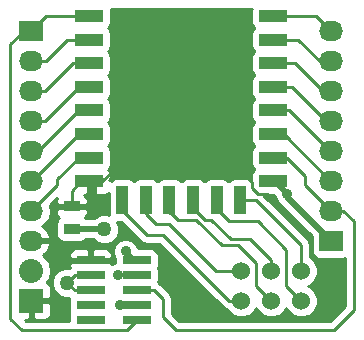
<source format=gtl>
G04 #@! TF.FileFunction,Copper,L1,Top,Signal*
%FSLAX46Y46*%
G04 Gerber Fmt 4.6, Leading zero omitted, Abs format (unit mm)*
G04 Created by KiCad (PCBNEW 4.0.1-stable) date 2/6/2016 4:43:16 PM*
%MOMM*%
G01*
G04 APERTURE LIST*
%ADD10C,0.100000*%
%ADD11R,2.400000X1.000000*%
%ADD12R,1.000000X2.400000*%
%ADD13R,2.032000X1.727200*%
%ADD14O,2.032000X1.727200*%
%ADD15R,1.397000X0.889000*%
%ADD16R,2.400000X0.760000*%
%ADD17C,1.524000*%
%ADD18R,2.032000X2.032000*%
%ADD19O,2.032000X2.032000*%
%ADD20C,0.889000*%
%ADD21C,1.270000*%
%ADD22C,0.254000*%
%ADD23C,0.250000*%
%ADD24C,0.508000*%
%ADD25C,0.177800*%
G04 APERTURE END LIST*
D10*
D11*
X151310000Y-90180000D03*
X151310000Y-92180000D03*
X151310000Y-94180000D03*
X151310000Y-96180000D03*
X151310000Y-98180000D03*
X151310000Y-100180000D03*
X151310000Y-102180000D03*
X151310000Y-104180000D03*
D12*
X138510000Y-105780000D03*
X140510000Y-105780000D03*
X142510000Y-105780000D03*
X144510000Y-105780000D03*
X146510000Y-105780000D03*
X148510000Y-105780000D03*
D11*
X135710000Y-90180000D03*
X135710000Y-92180000D03*
X135710000Y-94180000D03*
X135710000Y-96180000D03*
X135710000Y-98180000D03*
X135710000Y-100180000D03*
X135710000Y-102180000D03*
X135710000Y-104180000D03*
D13*
X130810000Y-91440000D03*
D14*
X130810000Y-93980000D03*
X130810000Y-96520000D03*
X130810000Y-99060000D03*
X130810000Y-101600000D03*
X130810000Y-104140000D03*
X130810000Y-106680000D03*
X130810000Y-109220000D03*
D13*
X156210000Y-109220000D03*
D14*
X156210000Y-106680000D03*
X156210000Y-104140000D03*
X156210000Y-101600000D03*
X156210000Y-99060000D03*
X156210000Y-96520000D03*
X156210000Y-93980000D03*
X156210000Y-91440000D03*
D15*
X134250000Y-106297500D03*
X134250000Y-108202500D03*
D16*
X139745000Y-115951000D03*
X135845000Y-115951000D03*
X139745000Y-114681000D03*
X135845000Y-114681000D03*
X135845000Y-110871000D03*
X139745000Y-110871000D03*
X135845000Y-112141000D03*
X139745000Y-112141000D03*
X135845000Y-113411000D03*
X139745000Y-113411000D03*
D17*
X148590000Y-114300000D03*
X148590000Y-111760000D03*
X151130000Y-114300000D03*
X151130000Y-111760000D03*
X153670000Y-114300000D03*
X153670000Y-111760000D03*
D18*
X130810000Y-114300000D03*
D19*
X130810000Y-111760000D03*
D20*
X138303000Y-114681000D03*
X136144000Y-106807000D03*
X138811000Y-110109000D03*
D21*
X137000000Y-108250000D03*
D20*
X152500000Y-105250000D03*
D21*
X133858000Y-112776000D03*
D20*
X138176000Y-112141000D03*
D22*
X129048500Y-114951500D02*
X129048500Y-115798500D01*
X130049000Y-116799000D02*
X130896000Y-116799000D01*
X129048500Y-115798500D02*
X130049000Y-116799000D01*
X138897000Y-116799000D02*
X130896000Y-116799000D01*
X138897000Y-116799000D02*
X139745000Y-115951000D01*
X129048500Y-114951500D02*
X129032000Y-114935000D01*
X130810000Y-91440000D02*
X130175000Y-91440000D01*
X130175000Y-91440000D02*
X129032000Y-92583000D01*
X129032000Y-92583000D02*
X129032000Y-114935000D01*
X135710000Y-90180000D02*
X132070000Y-90180000D01*
X132070000Y-90180000D02*
X130810000Y-91440000D01*
X132070000Y-90180000D02*
X130810000Y-91440000D01*
D23*
X130820000Y-91450000D02*
X130810000Y-91440000D01*
D22*
X138430000Y-114554000D02*
X139745000Y-114681000D01*
X138303000Y-114681000D02*
X138430000Y-114554000D01*
X135710000Y-100180000D02*
X134820000Y-100180000D01*
X134820000Y-100180000D02*
X130860000Y-104140000D01*
X130860000Y-104140000D02*
X130810000Y-104140000D01*
X135710000Y-104180000D02*
X135070000Y-104180000D01*
X135070000Y-104180000D02*
X134250000Y-105000000D01*
X134250000Y-105000000D02*
X134250000Y-106297500D01*
X135710000Y-104180000D02*
X136820000Y-104180000D01*
X136820000Y-104180000D02*
X138750000Y-102250000D01*
X150750000Y-105250000D02*
X152500000Y-107000000D01*
X150000000Y-105250000D02*
X150750000Y-105250000D01*
X149500000Y-104750000D02*
X150000000Y-105250000D01*
X149500000Y-104250000D02*
X149500000Y-104750000D01*
X147500000Y-102250000D02*
X149500000Y-104250000D01*
X138750000Y-102250000D02*
X147500000Y-102250000D01*
D24*
X135710000Y-104180000D02*
X136144000Y-104614000D01*
X136144000Y-104614000D02*
X136144000Y-106807000D01*
D22*
X138811000Y-110109000D02*
X139573000Y-110871000D01*
X139573000Y-110871000D02*
X139745000Y-110871000D01*
X135710000Y-98180000D02*
X134820000Y-98180000D01*
X134820000Y-98180000D02*
X131400000Y-101600000D01*
X131400000Y-101600000D02*
X130810000Y-101600000D01*
D24*
X134250000Y-108202500D02*
X136952500Y-108202500D01*
X136952500Y-108202500D02*
X137000000Y-108250000D01*
X152500000Y-105250000D02*
X152500000Y-105510000D01*
X151430000Y-104180000D02*
X152500000Y-105250000D01*
X152500000Y-105510000D02*
X156210000Y-109220000D01*
D22*
X133858000Y-112776000D02*
X134493000Y-113411000D01*
X134493000Y-112141000D02*
X133858000Y-112776000D01*
X135845000Y-112141000D02*
X134493000Y-112141000D01*
X134493000Y-113411000D02*
X135845000Y-113411000D01*
D24*
X151310000Y-104180000D02*
X151430000Y-104180000D01*
D25*
X139854000Y-112250000D02*
X139745000Y-112141000D01*
D22*
X139745000Y-112141000D02*
X138176000Y-112141000D01*
X135710000Y-102180000D02*
X134820000Y-102180000D01*
X134820000Y-102180000D02*
X133000000Y-104000000D01*
X133000000Y-104000000D02*
X133000000Y-104490000D01*
X133000000Y-104490000D02*
X130810000Y-106680000D01*
X142621000Y-116332000D02*
X143039000Y-116750000D01*
X156427000Y-116750000D02*
X156845000Y-116332000D01*
X143039000Y-116750000D02*
X156427000Y-116750000D01*
X158115000Y-114173000D02*
X158115000Y-115062000D01*
X142621000Y-116332000D02*
X141986000Y-115697000D01*
X158115000Y-115062000D02*
X156845000Y-116332000D01*
X139745000Y-113411000D02*
X141224000Y-113411000D01*
X141224000Y-113411000D02*
X141986000Y-114173000D01*
X141986000Y-114173000D02*
X141986000Y-115697000D01*
X156210000Y-106680000D02*
X157226000Y-106680000D01*
X157226000Y-106680000D02*
X158115000Y-107569000D01*
X158115000Y-107569000D02*
X158115000Y-114173000D01*
X151310000Y-102180000D02*
X152430000Y-102180000D01*
X152430000Y-102180000D02*
X154000000Y-103750000D01*
X154000000Y-103750000D02*
X154000000Y-104470000D01*
X154000000Y-104470000D02*
X156210000Y-106680000D01*
X135710000Y-92180000D02*
X133880000Y-92180000D01*
X133880000Y-92180000D02*
X132080000Y-93980000D01*
X132080000Y-93980000D02*
X130810000Y-93980000D01*
X132080000Y-93980000D02*
X130810000Y-93980000D01*
X133880000Y-92180000D02*
X132080000Y-93980000D01*
D23*
X131340000Y-93450000D02*
X130810000Y-93980000D01*
D22*
X135710000Y-94180000D02*
X134320000Y-94180000D01*
X131980000Y-96520000D02*
X130810000Y-96520000D01*
X134320000Y-94180000D02*
X131980000Y-96520000D01*
X135710000Y-96180000D02*
X134820000Y-96180000D01*
X134820000Y-96180000D02*
X131940000Y-99060000D01*
X131940000Y-99060000D02*
X130810000Y-99060000D01*
X138510000Y-105780000D02*
X138510000Y-106633000D01*
X138510000Y-106633000D02*
X140589000Y-108712000D01*
X140589000Y-108712000D02*
X141986000Y-108712000D01*
X141986000Y-108712000D02*
X147574000Y-114300000D01*
X147574000Y-114300000D02*
X148590000Y-114300000D01*
X143129000Y-108458000D02*
X146431000Y-111760000D01*
X146431000Y-111760000D02*
X147447000Y-111760000D01*
X140510000Y-105780000D02*
X140510000Y-106982000D01*
X147447000Y-111760000D02*
X148590000Y-111760000D01*
X142494000Y-107823000D02*
X143129000Y-108458000D01*
X141351000Y-107823000D02*
X142494000Y-107823000D01*
X140510000Y-106982000D02*
X141351000Y-107823000D01*
X142510000Y-105780000D02*
X142510000Y-106696000D01*
X142510000Y-106696000D02*
X143256000Y-107442000D01*
X148336000Y-109601000D02*
X149860000Y-111125000D01*
X146939000Y-109601000D02*
X148336000Y-109601000D01*
X144780000Y-107442000D02*
X146939000Y-109601000D01*
X143256000Y-107442000D02*
X144780000Y-107442000D01*
X142510000Y-105780000D02*
X142510000Y-106823000D01*
X149860000Y-113030000D02*
X151130000Y-114300000D01*
X149860000Y-111125000D02*
X149860000Y-113030000D01*
X144510000Y-105780000D02*
X144510000Y-106410000D01*
X144510000Y-106410000D02*
X145542000Y-107442000D01*
X146050000Y-107442000D02*
X147701000Y-109093000D01*
X145542000Y-107442000D02*
X146050000Y-107442000D01*
X144510000Y-105780000D02*
X144510000Y-106510000D01*
X151130000Y-110871000D02*
X151130000Y-111760000D01*
X149352000Y-109093000D02*
X151130000Y-110871000D01*
X147701000Y-109093000D02*
X149352000Y-109093000D01*
X146510000Y-105780000D02*
X146510000Y-106505000D01*
X146510000Y-106505000D02*
X147574000Y-107569000D01*
X152400000Y-113030000D02*
X153670000Y-114300000D01*
X152400000Y-109982000D02*
X152400000Y-113030000D01*
X149987000Y-107569000D02*
X152400000Y-109982000D01*
X147574000Y-107569000D02*
X149987000Y-107569000D01*
X148510000Y-105780000D02*
X149849000Y-105780000D01*
X153670000Y-109601000D02*
X153670000Y-111760000D01*
X149849000Y-105780000D02*
X153670000Y-109601000D01*
X148510000Y-105780000D02*
X148780000Y-105780000D01*
X151310000Y-100180000D02*
X152180000Y-100180000D01*
X152180000Y-100180000D02*
X156140000Y-104140000D01*
X156140000Y-104140000D02*
X156210000Y-104140000D01*
X151310000Y-98180000D02*
X152680000Y-98180000D01*
X152680000Y-98180000D02*
X156100000Y-101600000D01*
X156100000Y-101600000D02*
X156210000Y-101600000D01*
X151310000Y-96180000D02*
X152930000Y-96180000D01*
X152930000Y-96180000D02*
X155810000Y-99060000D01*
X155810000Y-99060000D02*
X156210000Y-99060000D01*
X151310000Y-94180000D02*
X153180000Y-94180000D01*
X153180000Y-94180000D02*
X155520000Y-96520000D01*
X155520000Y-96520000D02*
X156210000Y-96520000D01*
X151310000Y-92180000D02*
X153430000Y-92180000D01*
X153430000Y-92180000D02*
X155230000Y-93980000D01*
X155230000Y-93980000D02*
X156210000Y-93980000D01*
D23*
X155680000Y-93450000D02*
X156210000Y-93980000D01*
D22*
X151310000Y-90180000D02*
X154950000Y-90180000D01*
X154950000Y-90180000D02*
X156210000Y-91440000D01*
D23*
X156200000Y-91450000D02*
X156210000Y-91440000D01*
D22*
G36*
X135837000Y-104053000D02*
X135857000Y-104053000D01*
X135857000Y-104307000D01*
X135837000Y-104307000D01*
X135837000Y-105156250D01*
X135995750Y-105315000D01*
X137036309Y-105315000D01*
X137269698Y-105218327D01*
X137362560Y-105125466D01*
X137362560Y-106980000D01*
X137371829Y-107029261D01*
X137253727Y-106980221D01*
X136748490Y-106979780D01*
X136281542Y-107172718D01*
X136140514Y-107313500D01*
X135417056Y-107313500D01*
X135412590Y-107306559D01*
X135334989Y-107253537D01*
X135486827Y-107101698D01*
X135583500Y-106868309D01*
X135583500Y-106583250D01*
X135424750Y-106424500D01*
X134377000Y-106424500D01*
X134377000Y-106444500D01*
X134123000Y-106444500D01*
X134123000Y-106424500D01*
X133075250Y-106424500D01*
X132916500Y-106583250D01*
X132916500Y-106868309D01*
X133013173Y-107101698D01*
X133164146Y-107252671D01*
X133100059Y-107293910D01*
X132955069Y-107506110D01*
X132904060Y-107758000D01*
X132904060Y-108647000D01*
X132948338Y-108882317D01*
X133087410Y-109098441D01*
X133299610Y-109243431D01*
X133551500Y-109294440D01*
X134948500Y-109294440D01*
X135183817Y-109250162D01*
X135399941Y-109111090D01*
X135413326Y-109091500D01*
X136045546Y-109091500D01*
X136279663Y-109326026D01*
X136746273Y-109519779D01*
X137251510Y-109520220D01*
X137718458Y-109327282D01*
X138076026Y-108970337D01*
X138269779Y-108503727D01*
X138270220Y-107998490D01*
X138116906Y-107627440D01*
X138426810Y-107627440D01*
X140050185Y-109250815D01*
X140297395Y-109415996D01*
X140589000Y-109474000D01*
X141670370Y-109474000D01*
X147035184Y-114838815D01*
X147265944Y-114993004D01*
X147282395Y-115003996D01*
X147377114Y-115022837D01*
X147404990Y-115090303D01*
X147797630Y-115483629D01*
X148310900Y-115696757D01*
X148866661Y-115697242D01*
X149380303Y-115485010D01*
X149773629Y-115092370D01*
X149859949Y-114884488D01*
X149944990Y-115090303D01*
X150337630Y-115483629D01*
X150850900Y-115696757D01*
X151406661Y-115697242D01*
X151920303Y-115485010D01*
X152313629Y-115092370D01*
X152399949Y-114884488D01*
X152484990Y-115090303D01*
X152877630Y-115483629D01*
X153390900Y-115696757D01*
X153946661Y-115697242D01*
X154460303Y-115485010D01*
X154853629Y-115092370D01*
X155066757Y-114579100D01*
X155067242Y-114023339D01*
X154855010Y-113509697D01*
X154462370Y-113116371D01*
X154254488Y-113030051D01*
X154460303Y-112945010D01*
X154853629Y-112552370D01*
X155066757Y-112039100D01*
X155067242Y-111483339D01*
X154855010Y-110969697D01*
X154462370Y-110576371D01*
X154432000Y-110563760D01*
X154432000Y-109601000D01*
X154373996Y-109309395D01*
X154208815Y-109062185D01*
X150474070Y-105327440D01*
X151320204Y-105327440D01*
X151420345Y-105427581D01*
X151420313Y-105463784D01*
X151584311Y-105860689D01*
X151887714Y-106164622D01*
X151904254Y-106171490D01*
X154546560Y-108813796D01*
X154546560Y-110083600D01*
X154590838Y-110318917D01*
X154729910Y-110535041D01*
X154942110Y-110680031D01*
X155194000Y-110731040D01*
X157226000Y-110731040D01*
X157353000Y-110707143D01*
X157353000Y-114746369D01*
X156306187Y-115793183D01*
X156306184Y-115793185D01*
X156111369Y-115988000D01*
X143354630Y-115988000D01*
X143159818Y-115793188D01*
X143159816Y-115793185D01*
X142748000Y-115381370D01*
X142748000Y-114173000D01*
X142689996Y-113881395D01*
X142591507Y-113733996D01*
X142524816Y-113634185D01*
X141762815Y-112872185D01*
X141722124Y-112844996D01*
X141550105Y-112730056D01*
X141592440Y-112521000D01*
X141592440Y-111761000D01*
X141548162Y-111525683D01*
X141537344Y-111508871D01*
X141541431Y-111502890D01*
X141592440Y-111251000D01*
X141592440Y-110491000D01*
X141548162Y-110255683D01*
X141409090Y-110039559D01*
X141196890Y-109894569D01*
X140945000Y-109843560D01*
X139869343Y-109843560D01*
X139726689Y-109498311D01*
X139423286Y-109194378D01*
X139026668Y-109029687D01*
X138597216Y-109029313D01*
X138200311Y-109193311D01*
X137896378Y-109496714D01*
X137731687Y-109893332D01*
X137731313Y-110322784D01*
X137895311Y-110719689D01*
X137897560Y-110721942D01*
X137897560Y-111088028D01*
X137680000Y-111177922D01*
X137680000Y-111156750D01*
X137521250Y-110998000D01*
X135972000Y-110998000D01*
X135972000Y-111018000D01*
X135718000Y-111018000D01*
X135718000Y-110998000D01*
X134168750Y-110998000D01*
X134010000Y-111156750D01*
X134010000Y-111377309D01*
X134058546Y-111494509D01*
X134050579Y-111506168D01*
X133606490Y-111505780D01*
X133139542Y-111698718D01*
X132781974Y-112055663D01*
X132588221Y-112522273D01*
X132587780Y-113027510D01*
X132780718Y-113494458D01*
X133137663Y-113852026D01*
X133604273Y-114045779D01*
X134050579Y-114046169D01*
X134048569Y-114049110D01*
X133997560Y-114301000D01*
X133997560Y-115061000D01*
X134041838Y-115296317D01*
X134052656Y-115313129D01*
X134048569Y-115319110D01*
X133997560Y-115571000D01*
X133997560Y-116037000D01*
X130364631Y-116037000D01*
X130278631Y-115951000D01*
X130524250Y-115951000D01*
X130683000Y-115792250D01*
X130683000Y-114427000D01*
X130937000Y-114427000D01*
X130937000Y-115792250D01*
X131095750Y-115951000D01*
X131952309Y-115951000D01*
X132185698Y-115854327D01*
X132364327Y-115675699D01*
X132461000Y-115442310D01*
X132461000Y-114585750D01*
X132302250Y-114427000D01*
X130937000Y-114427000D01*
X130683000Y-114427000D01*
X130663000Y-114427000D01*
X130663000Y-114173000D01*
X130683000Y-114173000D01*
X130683000Y-114153000D01*
X130937000Y-114153000D01*
X130937000Y-114173000D01*
X132302250Y-114173000D01*
X132461000Y-114014250D01*
X132461000Y-113157690D01*
X132364327Y-112924301D01*
X132185698Y-112745673D01*
X132143034Y-112728001D01*
X132367670Y-112391810D01*
X132493345Y-111760000D01*
X132367670Y-111128190D01*
X132009778Y-110592567D01*
X131794838Y-110448949D01*
X131889142Y-110364691D01*
X134010000Y-110364691D01*
X134010000Y-110585250D01*
X134168750Y-110744000D01*
X135718000Y-110744000D01*
X135718000Y-110014750D01*
X135972000Y-110014750D01*
X135972000Y-110744000D01*
X137521250Y-110744000D01*
X137680000Y-110585250D01*
X137680000Y-110364691D01*
X137583327Y-110131302D01*
X137404699Y-109952673D01*
X137171310Y-109856000D01*
X136130750Y-109856000D01*
X135972000Y-110014750D01*
X135718000Y-110014750D01*
X135559250Y-109856000D01*
X134518690Y-109856000D01*
X134285301Y-109952673D01*
X134106673Y-110131302D01*
X134010000Y-110364691D01*
X131889142Y-110364691D01*
X132160732Y-110122036D01*
X132414709Y-109594791D01*
X132417358Y-109579026D01*
X132296217Y-109347000D01*
X130937000Y-109347000D01*
X130937000Y-109367000D01*
X130683000Y-109367000D01*
X130683000Y-109347000D01*
X130663000Y-109347000D01*
X130663000Y-109093000D01*
X130683000Y-109093000D01*
X130683000Y-109073000D01*
X130937000Y-109073000D01*
X130937000Y-109093000D01*
X132296217Y-109093000D01*
X132417358Y-108860974D01*
X132414709Y-108845209D01*
X132160732Y-108317964D01*
X131744931Y-107946461D01*
X132054415Y-107739670D01*
X132379271Y-107253489D01*
X132493345Y-106680000D01*
X132392851Y-106174780D01*
X132969929Y-105597701D01*
X132916500Y-105726691D01*
X132916500Y-106011750D01*
X133075250Y-106170500D01*
X134123000Y-106170500D01*
X134123000Y-106150500D01*
X134377000Y-106150500D01*
X134377000Y-106170500D01*
X135424750Y-106170500D01*
X135583500Y-106011750D01*
X135583500Y-105726691D01*
X135486827Y-105493302D01*
X135308526Y-105315000D01*
X135424250Y-105315000D01*
X135583000Y-105156250D01*
X135583000Y-104307000D01*
X135563000Y-104307000D01*
X135563000Y-104053000D01*
X135583000Y-104053000D01*
X135583000Y-104033000D01*
X135837000Y-104033000D01*
X135837000Y-104053000D01*
X135837000Y-104053000D01*
G37*
X135837000Y-104053000D02*
X135857000Y-104053000D01*
X135857000Y-104307000D01*
X135837000Y-104307000D01*
X135837000Y-105156250D01*
X135995750Y-105315000D01*
X137036309Y-105315000D01*
X137269698Y-105218327D01*
X137362560Y-105125466D01*
X137362560Y-106980000D01*
X137371829Y-107029261D01*
X137253727Y-106980221D01*
X136748490Y-106979780D01*
X136281542Y-107172718D01*
X136140514Y-107313500D01*
X135417056Y-107313500D01*
X135412590Y-107306559D01*
X135334989Y-107253537D01*
X135486827Y-107101698D01*
X135583500Y-106868309D01*
X135583500Y-106583250D01*
X135424750Y-106424500D01*
X134377000Y-106424500D01*
X134377000Y-106444500D01*
X134123000Y-106444500D01*
X134123000Y-106424500D01*
X133075250Y-106424500D01*
X132916500Y-106583250D01*
X132916500Y-106868309D01*
X133013173Y-107101698D01*
X133164146Y-107252671D01*
X133100059Y-107293910D01*
X132955069Y-107506110D01*
X132904060Y-107758000D01*
X132904060Y-108647000D01*
X132948338Y-108882317D01*
X133087410Y-109098441D01*
X133299610Y-109243431D01*
X133551500Y-109294440D01*
X134948500Y-109294440D01*
X135183817Y-109250162D01*
X135399941Y-109111090D01*
X135413326Y-109091500D01*
X136045546Y-109091500D01*
X136279663Y-109326026D01*
X136746273Y-109519779D01*
X137251510Y-109520220D01*
X137718458Y-109327282D01*
X138076026Y-108970337D01*
X138269779Y-108503727D01*
X138270220Y-107998490D01*
X138116906Y-107627440D01*
X138426810Y-107627440D01*
X140050185Y-109250815D01*
X140297395Y-109415996D01*
X140589000Y-109474000D01*
X141670370Y-109474000D01*
X147035184Y-114838815D01*
X147265944Y-114993004D01*
X147282395Y-115003996D01*
X147377114Y-115022837D01*
X147404990Y-115090303D01*
X147797630Y-115483629D01*
X148310900Y-115696757D01*
X148866661Y-115697242D01*
X149380303Y-115485010D01*
X149773629Y-115092370D01*
X149859949Y-114884488D01*
X149944990Y-115090303D01*
X150337630Y-115483629D01*
X150850900Y-115696757D01*
X151406661Y-115697242D01*
X151920303Y-115485010D01*
X152313629Y-115092370D01*
X152399949Y-114884488D01*
X152484990Y-115090303D01*
X152877630Y-115483629D01*
X153390900Y-115696757D01*
X153946661Y-115697242D01*
X154460303Y-115485010D01*
X154853629Y-115092370D01*
X155066757Y-114579100D01*
X155067242Y-114023339D01*
X154855010Y-113509697D01*
X154462370Y-113116371D01*
X154254488Y-113030051D01*
X154460303Y-112945010D01*
X154853629Y-112552370D01*
X155066757Y-112039100D01*
X155067242Y-111483339D01*
X154855010Y-110969697D01*
X154462370Y-110576371D01*
X154432000Y-110563760D01*
X154432000Y-109601000D01*
X154373996Y-109309395D01*
X154208815Y-109062185D01*
X150474070Y-105327440D01*
X151320204Y-105327440D01*
X151420345Y-105427581D01*
X151420313Y-105463784D01*
X151584311Y-105860689D01*
X151887714Y-106164622D01*
X151904254Y-106171490D01*
X154546560Y-108813796D01*
X154546560Y-110083600D01*
X154590838Y-110318917D01*
X154729910Y-110535041D01*
X154942110Y-110680031D01*
X155194000Y-110731040D01*
X157226000Y-110731040D01*
X157353000Y-110707143D01*
X157353000Y-114746369D01*
X156306187Y-115793183D01*
X156306184Y-115793185D01*
X156111369Y-115988000D01*
X143354630Y-115988000D01*
X143159818Y-115793188D01*
X143159816Y-115793185D01*
X142748000Y-115381370D01*
X142748000Y-114173000D01*
X142689996Y-113881395D01*
X142591507Y-113733996D01*
X142524816Y-113634185D01*
X141762815Y-112872185D01*
X141722124Y-112844996D01*
X141550105Y-112730056D01*
X141592440Y-112521000D01*
X141592440Y-111761000D01*
X141548162Y-111525683D01*
X141537344Y-111508871D01*
X141541431Y-111502890D01*
X141592440Y-111251000D01*
X141592440Y-110491000D01*
X141548162Y-110255683D01*
X141409090Y-110039559D01*
X141196890Y-109894569D01*
X140945000Y-109843560D01*
X139869343Y-109843560D01*
X139726689Y-109498311D01*
X139423286Y-109194378D01*
X139026668Y-109029687D01*
X138597216Y-109029313D01*
X138200311Y-109193311D01*
X137896378Y-109496714D01*
X137731687Y-109893332D01*
X137731313Y-110322784D01*
X137895311Y-110719689D01*
X137897560Y-110721942D01*
X137897560Y-111088028D01*
X137680000Y-111177922D01*
X137680000Y-111156750D01*
X137521250Y-110998000D01*
X135972000Y-110998000D01*
X135972000Y-111018000D01*
X135718000Y-111018000D01*
X135718000Y-110998000D01*
X134168750Y-110998000D01*
X134010000Y-111156750D01*
X134010000Y-111377309D01*
X134058546Y-111494509D01*
X134050579Y-111506168D01*
X133606490Y-111505780D01*
X133139542Y-111698718D01*
X132781974Y-112055663D01*
X132588221Y-112522273D01*
X132587780Y-113027510D01*
X132780718Y-113494458D01*
X133137663Y-113852026D01*
X133604273Y-114045779D01*
X134050579Y-114046169D01*
X134048569Y-114049110D01*
X133997560Y-114301000D01*
X133997560Y-115061000D01*
X134041838Y-115296317D01*
X134052656Y-115313129D01*
X134048569Y-115319110D01*
X133997560Y-115571000D01*
X133997560Y-116037000D01*
X130364631Y-116037000D01*
X130278631Y-115951000D01*
X130524250Y-115951000D01*
X130683000Y-115792250D01*
X130683000Y-114427000D01*
X130937000Y-114427000D01*
X130937000Y-115792250D01*
X131095750Y-115951000D01*
X131952309Y-115951000D01*
X132185698Y-115854327D01*
X132364327Y-115675699D01*
X132461000Y-115442310D01*
X132461000Y-114585750D01*
X132302250Y-114427000D01*
X130937000Y-114427000D01*
X130683000Y-114427000D01*
X130663000Y-114427000D01*
X130663000Y-114173000D01*
X130683000Y-114173000D01*
X130683000Y-114153000D01*
X130937000Y-114153000D01*
X130937000Y-114173000D01*
X132302250Y-114173000D01*
X132461000Y-114014250D01*
X132461000Y-113157690D01*
X132364327Y-112924301D01*
X132185698Y-112745673D01*
X132143034Y-112728001D01*
X132367670Y-112391810D01*
X132493345Y-111760000D01*
X132367670Y-111128190D01*
X132009778Y-110592567D01*
X131794838Y-110448949D01*
X131889142Y-110364691D01*
X134010000Y-110364691D01*
X134010000Y-110585250D01*
X134168750Y-110744000D01*
X135718000Y-110744000D01*
X135718000Y-110014750D01*
X135972000Y-110014750D01*
X135972000Y-110744000D01*
X137521250Y-110744000D01*
X137680000Y-110585250D01*
X137680000Y-110364691D01*
X137583327Y-110131302D01*
X137404699Y-109952673D01*
X137171310Y-109856000D01*
X136130750Y-109856000D01*
X135972000Y-110014750D01*
X135718000Y-110014750D01*
X135559250Y-109856000D01*
X134518690Y-109856000D01*
X134285301Y-109952673D01*
X134106673Y-110131302D01*
X134010000Y-110364691D01*
X131889142Y-110364691D01*
X132160732Y-110122036D01*
X132414709Y-109594791D01*
X132417358Y-109579026D01*
X132296217Y-109347000D01*
X130937000Y-109347000D01*
X130937000Y-109367000D01*
X130683000Y-109367000D01*
X130683000Y-109347000D01*
X130663000Y-109347000D01*
X130663000Y-109093000D01*
X130683000Y-109093000D01*
X130683000Y-109073000D01*
X130937000Y-109073000D01*
X130937000Y-109093000D01*
X132296217Y-109093000D01*
X132417358Y-108860974D01*
X132414709Y-108845209D01*
X132160732Y-108317964D01*
X131744931Y-107946461D01*
X132054415Y-107739670D01*
X132379271Y-107253489D01*
X132493345Y-106680000D01*
X132392851Y-106174780D01*
X132969929Y-105597701D01*
X132916500Y-105726691D01*
X132916500Y-106011750D01*
X133075250Y-106170500D01*
X134123000Y-106170500D01*
X134123000Y-106150500D01*
X134377000Y-106150500D01*
X134377000Y-106170500D01*
X135424750Y-106170500D01*
X135583500Y-106011750D01*
X135583500Y-105726691D01*
X135486827Y-105493302D01*
X135308526Y-105315000D01*
X135424250Y-105315000D01*
X135583000Y-105156250D01*
X135583000Y-104307000D01*
X135563000Y-104307000D01*
X135563000Y-104053000D01*
X135583000Y-104053000D01*
X135583000Y-104033000D01*
X135837000Y-104033000D01*
X135837000Y-104053000D01*
G36*
X149462560Y-89680000D02*
X149462560Y-90680000D01*
X149506838Y-90915317D01*
X149645910Y-91131441D01*
X149715711Y-91179134D01*
X149658559Y-91215910D01*
X149513569Y-91428110D01*
X149462560Y-91680000D01*
X149462560Y-92680000D01*
X149506838Y-92915317D01*
X149645910Y-93131441D01*
X149715711Y-93179134D01*
X149658559Y-93215910D01*
X149513569Y-93428110D01*
X149462560Y-93680000D01*
X149462560Y-94680000D01*
X149506838Y-94915317D01*
X149645910Y-95131441D01*
X149715711Y-95179134D01*
X149658559Y-95215910D01*
X149513569Y-95428110D01*
X149462560Y-95680000D01*
X149462560Y-96680000D01*
X149506838Y-96915317D01*
X149645910Y-97131441D01*
X149715711Y-97179134D01*
X149658559Y-97215910D01*
X149513569Y-97428110D01*
X149462560Y-97680000D01*
X149462560Y-98680000D01*
X149506838Y-98915317D01*
X149645910Y-99131441D01*
X149715711Y-99179134D01*
X149658559Y-99215910D01*
X149513569Y-99428110D01*
X149462560Y-99680000D01*
X149462560Y-100680000D01*
X149506838Y-100915317D01*
X149645910Y-101131441D01*
X149715711Y-101179134D01*
X149658559Y-101215910D01*
X149513569Y-101428110D01*
X149462560Y-101680000D01*
X149462560Y-102680000D01*
X149506838Y-102915317D01*
X149645910Y-103131441D01*
X149715711Y-103179134D01*
X149658559Y-103215910D01*
X149513569Y-103428110D01*
X149462560Y-103680000D01*
X149462560Y-104120681D01*
X149261890Y-103983569D01*
X149010000Y-103932560D01*
X148010000Y-103932560D01*
X147774683Y-103976838D01*
X147558559Y-104115910D01*
X147510866Y-104185711D01*
X147474090Y-104128559D01*
X147261890Y-103983569D01*
X147010000Y-103932560D01*
X146010000Y-103932560D01*
X145774683Y-103976838D01*
X145558559Y-104115910D01*
X145510866Y-104185711D01*
X145474090Y-104128559D01*
X145261890Y-103983569D01*
X145010000Y-103932560D01*
X144010000Y-103932560D01*
X143774683Y-103976838D01*
X143558559Y-104115910D01*
X143510866Y-104185711D01*
X143474090Y-104128559D01*
X143261890Y-103983569D01*
X143010000Y-103932560D01*
X142010000Y-103932560D01*
X141774683Y-103976838D01*
X141558559Y-104115910D01*
X141510866Y-104185711D01*
X141474090Y-104128559D01*
X141261890Y-103983569D01*
X141010000Y-103932560D01*
X140010000Y-103932560D01*
X139774683Y-103976838D01*
X139558559Y-104115910D01*
X139510866Y-104185711D01*
X139474090Y-104128559D01*
X139261890Y-103983569D01*
X139010000Y-103932560D01*
X138010000Y-103932560D01*
X137774683Y-103976838D01*
X137558559Y-104115910D01*
X137545000Y-104135754D01*
X137545000Y-104052998D01*
X137386252Y-104052998D01*
X137545000Y-103894250D01*
X137545000Y-103553690D01*
X137448327Y-103320301D01*
X137307089Y-103179064D01*
X137361441Y-103144090D01*
X137506431Y-102931890D01*
X137557440Y-102680000D01*
X137557440Y-101680000D01*
X137513162Y-101444683D01*
X137374090Y-101228559D01*
X137304289Y-101180866D01*
X137361441Y-101144090D01*
X137506431Y-100931890D01*
X137557440Y-100680000D01*
X137557440Y-99680000D01*
X137513162Y-99444683D01*
X137374090Y-99228559D01*
X137304289Y-99180866D01*
X137361441Y-99144090D01*
X137506431Y-98931890D01*
X137557440Y-98680000D01*
X137557440Y-97680000D01*
X137513162Y-97444683D01*
X137374090Y-97228559D01*
X137304289Y-97180866D01*
X137361441Y-97144090D01*
X137506431Y-96931890D01*
X137557440Y-96680000D01*
X137557440Y-95680000D01*
X137513162Y-95444683D01*
X137374090Y-95228559D01*
X137304289Y-95180866D01*
X137361441Y-95144090D01*
X137506431Y-94931890D01*
X137557440Y-94680000D01*
X137557440Y-93680000D01*
X137513162Y-93444683D01*
X137374090Y-93228559D01*
X137304289Y-93180866D01*
X137361441Y-93144090D01*
X137506431Y-92931890D01*
X137557440Y-92680000D01*
X137557440Y-91680000D01*
X137513162Y-91444683D01*
X137374090Y-91228559D01*
X137304289Y-91180866D01*
X137361441Y-91144090D01*
X137506431Y-90931890D01*
X137557440Y-90680000D01*
X137557440Y-89680000D01*
X137544269Y-89610000D01*
X149476735Y-89610000D01*
X149462560Y-89680000D01*
X149462560Y-89680000D01*
G37*
X149462560Y-89680000D02*
X149462560Y-90680000D01*
X149506838Y-90915317D01*
X149645910Y-91131441D01*
X149715711Y-91179134D01*
X149658559Y-91215910D01*
X149513569Y-91428110D01*
X149462560Y-91680000D01*
X149462560Y-92680000D01*
X149506838Y-92915317D01*
X149645910Y-93131441D01*
X149715711Y-93179134D01*
X149658559Y-93215910D01*
X149513569Y-93428110D01*
X149462560Y-93680000D01*
X149462560Y-94680000D01*
X149506838Y-94915317D01*
X149645910Y-95131441D01*
X149715711Y-95179134D01*
X149658559Y-95215910D01*
X149513569Y-95428110D01*
X149462560Y-95680000D01*
X149462560Y-96680000D01*
X149506838Y-96915317D01*
X149645910Y-97131441D01*
X149715711Y-97179134D01*
X149658559Y-97215910D01*
X149513569Y-97428110D01*
X149462560Y-97680000D01*
X149462560Y-98680000D01*
X149506838Y-98915317D01*
X149645910Y-99131441D01*
X149715711Y-99179134D01*
X149658559Y-99215910D01*
X149513569Y-99428110D01*
X149462560Y-99680000D01*
X149462560Y-100680000D01*
X149506838Y-100915317D01*
X149645910Y-101131441D01*
X149715711Y-101179134D01*
X149658559Y-101215910D01*
X149513569Y-101428110D01*
X149462560Y-101680000D01*
X149462560Y-102680000D01*
X149506838Y-102915317D01*
X149645910Y-103131441D01*
X149715711Y-103179134D01*
X149658559Y-103215910D01*
X149513569Y-103428110D01*
X149462560Y-103680000D01*
X149462560Y-104120681D01*
X149261890Y-103983569D01*
X149010000Y-103932560D01*
X148010000Y-103932560D01*
X147774683Y-103976838D01*
X147558559Y-104115910D01*
X147510866Y-104185711D01*
X147474090Y-104128559D01*
X147261890Y-103983569D01*
X147010000Y-103932560D01*
X146010000Y-103932560D01*
X145774683Y-103976838D01*
X145558559Y-104115910D01*
X145510866Y-104185711D01*
X145474090Y-104128559D01*
X145261890Y-103983569D01*
X145010000Y-103932560D01*
X144010000Y-103932560D01*
X143774683Y-103976838D01*
X143558559Y-104115910D01*
X143510866Y-104185711D01*
X143474090Y-104128559D01*
X143261890Y-103983569D01*
X143010000Y-103932560D01*
X142010000Y-103932560D01*
X141774683Y-103976838D01*
X141558559Y-104115910D01*
X141510866Y-104185711D01*
X141474090Y-104128559D01*
X141261890Y-103983569D01*
X141010000Y-103932560D01*
X140010000Y-103932560D01*
X139774683Y-103976838D01*
X139558559Y-104115910D01*
X139510866Y-104185711D01*
X139474090Y-104128559D01*
X139261890Y-103983569D01*
X139010000Y-103932560D01*
X138010000Y-103932560D01*
X137774683Y-103976838D01*
X137558559Y-104115910D01*
X137545000Y-104135754D01*
X137545000Y-104052998D01*
X137386252Y-104052998D01*
X137545000Y-103894250D01*
X137545000Y-103553690D01*
X137448327Y-103320301D01*
X137307089Y-103179064D01*
X137361441Y-103144090D01*
X137506431Y-102931890D01*
X137557440Y-102680000D01*
X137557440Y-101680000D01*
X137513162Y-101444683D01*
X137374090Y-101228559D01*
X137304289Y-101180866D01*
X137361441Y-101144090D01*
X137506431Y-100931890D01*
X137557440Y-100680000D01*
X137557440Y-99680000D01*
X137513162Y-99444683D01*
X137374090Y-99228559D01*
X137304289Y-99180866D01*
X137361441Y-99144090D01*
X137506431Y-98931890D01*
X137557440Y-98680000D01*
X137557440Y-97680000D01*
X137513162Y-97444683D01*
X137374090Y-97228559D01*
X137304289Y-97180866D01*
X137361441Y-97144090D01*
X137506431Y-96931890D01*
X137557440Y-96680000D01*
X137557440Y-95680000D01*
X137513162Y-95444683D01*
X137374090Y-95228559D01*
X137304289Y-95180866D01*
X137361441Y-95144090D01*
X137506431Y-94931890D01*
X137557440Y-94680000D01*
X137557440Y-93680000D01*
X137513162Y-93444683D01*
X137374090Y-93228559D01*
X137304289Y-93180866D01*
X137361441Y-93144090D01*
X137506431Y-92931890D01*
X137557440Y-92680000D01*
X137557440Y-91680000D01*
X137513162Y-91444683D01*
X137374090Y-91228559D01*
X137304289Y-91180866D01*
X137361441Y-91144090D01*
X137506431Y-90931890D01*
X137557440Y-90680000D01*
X137557440Y-89680000D01*
X137544269Y-89610000D01*
X149476735Y-89610000D01*
X149462560Y-89680000D01*
M02*

</source>
